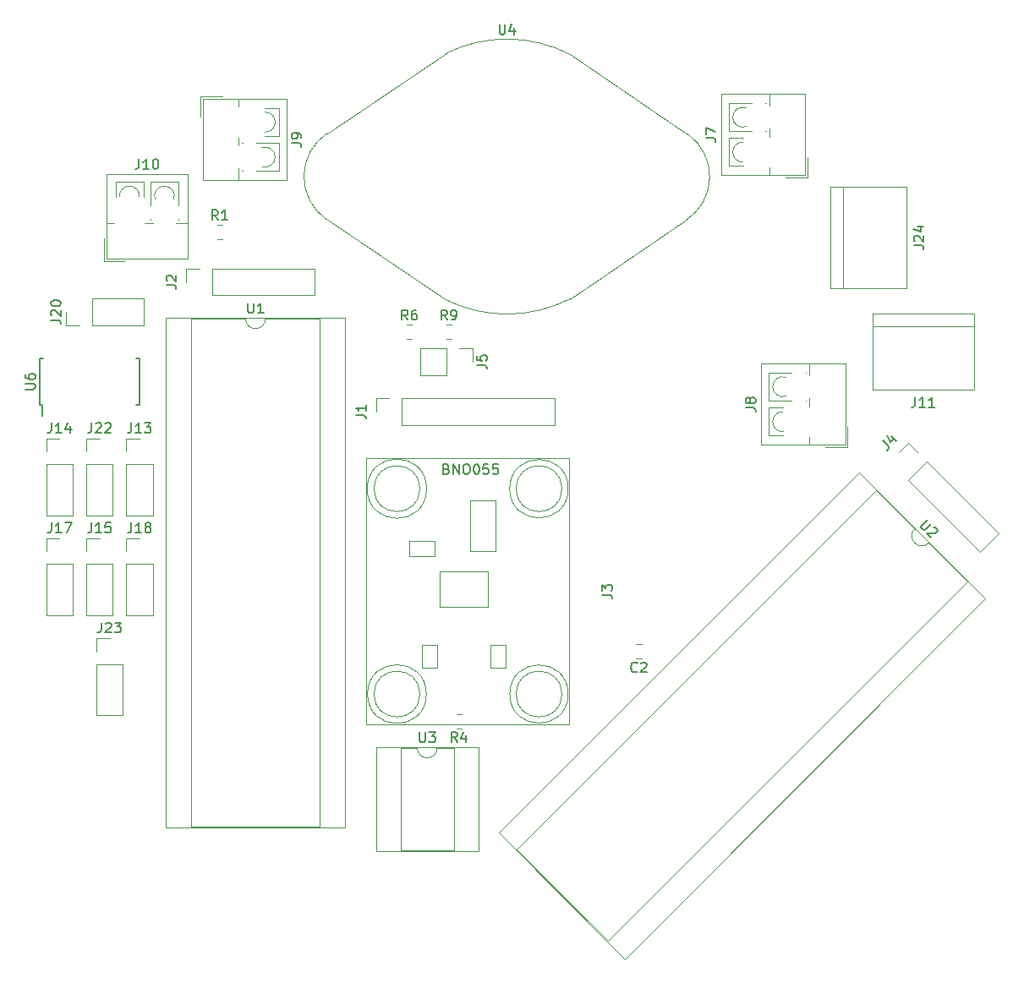
<source format=gbr>
%TF.GenerationSoftware,KiCad,Pcbnew,(5.1.4)-1*%
%TF.CreationDate,2019-08-28T16:24:02+03:00*%
%TF.ProjectId,Timsah_Main_Board,54696d73-6168-45f4-9d61-696e5f426f61,rev?*%
%TF.SameCoordinates,Original*%
%TF.FileFunction,Legend,Top*%
%TF.FilePolarity,Positive*%
%FSLAX46Y46*%
G04 Gerber Fmt 4.6, Leading zero omitted, Abs format (unit mm)*
G04 Created by KiCad (PCBNEW (5.1.4)-1) date 2019-08-28 16:24:02*
%MOMM*%
%LPD*%
G04 APERTURE LIST*
%ADD10C,0.120000*%
%ADD11C,0.150000*%
G04 APERTURE END LIST*
D10*
X106050000Y-97665000D02*
X106050000Y-124335000D01*
X106050000Y-124335000D02*
X85730000Y-124335000D01*
X85730000Y-124335000D02*
X85730000Y-97665000D01*
X85730000Y-97665000D02*
X106050000Y-97665000D01*
X91078068Y-121287000D02*
G75*
G03X91078068Y-121287000I-2300068J0D01*
G01*
X91078068Y-100713000D02*
G75*
G03X91078068Y-100713000I-2300068J0D01*
G01*
X105302068Y-100713000D02*
G75*
G03X105302068Y-100713000I-2300068J0D01*
G01*
X105302068Y-121287000D02*
G75*
G03X105302068Y-121287000I-2300068J0D01*
G01*
X105923000Y-121287000D02*
G75*
G03X105923000Y-121287000I-2921000J0D01*
G01*
X91723743Y-121287000D02*
G75*
G03X91723743Y-121287000I-2945743J0D01*
G01*
X91750994Y-100713000D02*
G75*
G03X91750994Y-100713000I-2972994J0D01*
G01*
X105934023Y-100713000D02*
G75*
G03X105934023Y-100713000I-2932023J0D01*
G01*
X97922000Y-108968000D02*
X97922000Y-112524000D01*
X97922000Y-112524000D02*
X93096000Y-112524000D01*
X93096000Y-112524000D02*
X93096000Y-108968000D01*
X93096000Y-108968000D02*
X97922000Y-108968000D01*
X98684000Y-101856000D02*
X98684000Y-106936000D01*
X98684000Y-106936000D02*
X96144000Y-106936000D01*
X96144000Y-106936000D02*
X96144000Y-101856000D01*
X96144000Y-101856000D02*
X98684000Y-101856000D01*
X92588000Y-105920000D02*
X90048000Y-105920000D01*
X90048000Y-105920000D02*
X90048000Y-107444000D01*
X90048000Y-107444000D02*
X92588000Y-107444000D01*
X92588000Y-107444000D02*
X92588000Y-105920000D01*
X99700000Y-116334000D02*
X98176000Y-116334000D01*
X98176000Y-116334000D02*
X98176000Y-118620000D01*
X98176000Y-118620000D02*
X99700000Y-118620000D01*
X99700000Y-118620000D02*
X99700000Y-116334000D01*
X92842000Y-116334000D02*
X92842000Y-118620000D01*
X92842000Y-118620000D02*
X91318000Y-118620000D01*
X91318000Y-118620000D02*
X91318000Y-116334000D01*
X91318000Y-116334000D02*
X92842000Y-116334000D01*
X67670000Y-80000000D02*
X67670000Y-78670000D01*
X67670000Y-78670000D02*
X69000000Y-78670000D01*
X70270000Y-78670000D02*
X80490000Y-78670000D01*
X80490000Y-81330000D02*
X80490000Y-78670000D01*
X70270000Y-81330000D02*
X80490000Y-81330000D01*
X70270000Y-81330000D02*
X70270000Y-78670000D01*
X139957574Y-99838478D02*
X141838478Y-97957574D01*
X139957574Y-99838478D02*
X147184205Y-107065109D01*
X147184205Y-107065109D02*
X149065109Y-105184205D01*
X141838478Y-97957574D02*
X149065109Y-105184205D01*
X140000000Y-96119096D02*
X140940452Y-97059548D01*
X139059548Y-97059548D02*
X140000000Y-96119096D01*
X91130000Y-86670000D02*
X91130000Y-89330000D01*
X93730000Y-86670000D02*
X91130000Y-86670000D01*
X93730000Y-89330000D02*
X91130000Y-89330000D01*
X93730000Y-86670000D02*
X93730000Y-89330000D01*
X95000000Y-86670000D02*
X96330000Y-86670000D01*
X96330000Y-86670000D02*
X96330000Y-88000000D01*
X129900000Y-69550000D02*
X129900000Y-67550000D01*
X127660000Y-69550000D02*
X129900000Y-69550000D01*
X125689000Y-62100000D02*
X125750000Y-62100000D01*
X122000000Y-62100000D02*
X124311000Y-62100000D01*
X125689000Y-64900000D02*
X125750000Y-64900000D01*
X122000000Y-64900000D02*
X124311000Y-64900000D01*
X125750000Y-62100000D02*
X125750000Y-62100000D01*
X125750000Y-64900000D02*
X125750000Y-64899000D01*
X122000000Y-64900000D02*
X122000000Y-62100000D01*
X122000000Y-65600000D02*
X123460000Y-65600000D01*
X122000000Y-68400000D02*
X123460000Y-68400000D01*
X122000000Y-68400000D02*
X122000000Y-65600000D01*
X121240000Y-61190000D02*
X129660000Y-61190000D01*
X121240000Y-69310000D02*
X129660000Y-69310000D01*
X129660000Y-69310000D02*
X129660000Y-61190000D01*
X121240000Y-69310000D02*
X121240000Y-61190000D01*
X126101000Y-62366000D02*
X126101000Y-61190000D01*
X126101000Y-65460000D02*
X126101000Y-64633000D01*
X126101000Y-69310000D02*
X126101000Y-68540000D01*
X123742233Y-64439915D02*
G75*
G02X123742000Y-62560000I-342233J939915D01*
G01*
X123470566Y-67997890D02*
G75*
G02X123469000Y-66002000I-70566J997890D01*
G01*
X127470566Y-94997890D02*
G75*
G02X127469000Y-93002000I-70566J997890D01*
G01*
X127742233Y-91439915D02*
G75*
G02X127742000Y-89560000I-342233J939915D01*
G01*
X130101000Y-96310000D02*
X130101000Y-95540000D01*
X130101000Y-92460000D02*
X130101000Y-91633000D01*
X130101000Y-89366000D02*
X130101000Y-88190000D01*
X125240000Y-96310000D02*
X125240000Y-88190000D01*
X133660000Y-96310000D02*
X133660000Y-88190000D01*
X125240000Y-96310000D02*
X133660000Y-96310000D01*
X125240000Y-88190000D02*
X133660000Y-88190000D01*
X126000000Y-95400000D02*
X126000000Y-92600000D01*
X126000000Y-95400000D02*
X127460000Y-95400000D01*
X126000000Y-92600000D02*
X127460000Y-92600000D01*
X126000000Y-91900000D02*
X126000000Y-89100000D01*
X129750000Y-91900000D02*
X129750000Y-91899000D01*
X129750000Y-89100000D02*
X129750000Y-89100000D01*
X126000000Y-91900000D02*
X128311000Y-91900000D01*
X129689000Y-91900000D02*
X129750000Y-91900000D01*
X126000000Y-89100000D02*
X128311000Y-89100000D01*
X129689000Y-89100000D02*
X129750000Y-89100000D01*
X131660000Y-96550000D02*
X133900000Y-96550000D01*
X133900000Y-96550000D02*
X133900000Y-94550000D01*
X69100000Y-61450000D02*
X69100000Y-63450000D01*
X71340000Y-61450000D02*
X69100000Y-61450000D01*
X73311000Y-68900000D02*
X73250000Y-68900000D01*
X77000000Y-68900000D02*
X74689000Y-68900000D01*
X73311000Y-66100000D02*
X73250000Y-66100000D01*
X77000000Y-66100000D02*
X74689000Y-66100000D01*
X73250000Y-68900000D02*
X73250000Y-68900000D01*
X73250000Y-66100000D02*
X73250000Y-66101000D01*
X77000000Y-66100000D02*
X77000000Y-68900000D01*
X77000000Y-65400000D02*
X75540000Y-65400000D01*
X77000000Y-62600000D02*
X75540000Y-62600000D01*
X77000000Y-62600000D02*
X77000000Y-65400000D01*
X77760000Y-69810000D02*
X69340000Y-69810000D01*
X77760000Y-61690000D02*
X69340000Y-61690000D01*
X69340000Y-61690000D02*
X69340000Y-69810000D01*
X77760000Y-61690000D02*
X77760000Y-69810000D01*
X72899000Y-68634000D02*
X72899000Y-69810000D01*
X72899000Y-65540000D02*
X72899000Y-66367000D01*
X72899000Y-61690000D02*
X72899000Y-62460000D01*
X75257767Y-66560085D02*
G75*
G02X75258000Y-68440000I342233J-939915D01*
G01*
X75529434Y-63002110D02*
G75*
G02X75531000Y-64998000I70566J-997890D01*
G01*
X61002110Y-71470566D02*
G75*
G02X62998000Y-71469000I997890J70566D01*
G01*
X64560085Y-71742233D02*
G75*
G02X66440000Y-71742000I939915J342233D01*
G01*
X59690000Y-74101000D02*
X60460000Y-74101000D01*
X63540000Y-74101000D02*
X64367000Y-74101000D01*
X66634000Y-74101000D02*
X67810000Y-74101000D01*
X59690000Y-69240000D02*
X67810000Y-69240000D01*
X59690000Y-77660000D02*
X67810000Y-77660000D01*
X59690000Y-69240000D02*
X59690000Y-77660000D01*
X67810000Y-69240000D02*
X67810000Y-77660000D01*
X60600000Y-70000000D02*
X63400000Y-70000000D01*
X60600000Y-70000000D02*
X60600000Y-71460000D01*
X63400000Y-70000000D02*
X63400000Y-71460000D01*
X64100000Y-70000000D02*
X66900000Y-70000000D01*
X64100000Y-73750000D02*
X64101000Y-73750000D01*
X66900000Y-73750000D02*
X66900000Y-73750000D01*
X64100000Y-70000000D02*
X64100000Y-72311000D01*
X64100000Y-73689000D02*
X64100000Y-73750000D01*
X66900000Y-70000000D02*
X66900000Y-72311000D01*
X66900000Y-73689000D02*
X66900000Y-73750000D01*
X59450000Y-75660000D02*
X59450000Y-77900000D01*
X59450000Y-77900000D02*
X61450000Y-77900000D01*
X146540000Y-83190000D02*
X136380000Y-83190000D01*
X146540000Y-90810000D02*
X146540000Y-83190000D01*
X136380000Y-90810000D02*
X146540000Y-90810000D01*
X136380000Y-83190000D02*
X136380000Y-90810000D01*
X136380000Y-84460000D02*
X146540000Y-84460000D01*
X61670000Y-103410000D02*
X64330000Y-103410000D01*
X61670000Y-98270000D02*
X61670000Y-103410000D01*
X64330000Y-98270000D02*
X64330000Y-103410000D01*
X61670000Y-98270000D02*
X64330000Y-98270000D01*
X61670000Y-97000000D02*
X61670000Y-95670000D01*
X61670000Y-95670000D02*
X63000000Y-95670000D01*
X57670000Y-103410000D02*
X60330000Y-103410000D01*
X57670000Y-98270000D02*
X57670000Y-103410000D01*
X60330000Y-98270000D02*
X60330000Y-103410000D01*
X57670000Y-98270000D02*
X60330000Y-98270000D01*
X57670000Y-97000000D02*
X57670000Y-95670000D01*
X57670000Y-95670000D02*
X59000000Y-95670000D01*
X58670000Y-115670000D02*
X60000000Y-115670000D01*
X58670000Y-117000000D02*
X58670000Y-115670000D01*
X58670000Y-118270000D02*
X61330000Y-118270000D01*
X61330000Y-118270000D02*
X61330000Y-123410000D01*
X58670000Y-118270000D02*
X58670000Y-123410000D01*
X58670000Y-123410000D02*
X61330000Y-123410000D01*
X133460000Y-80620000D02*
X133460000Y-70460000D01*
X132190000Y-80620000D02*
X139810000Y-80620000D01*
X139810000Y-80620000D02*
X139810000Y-70460000D01*
X139810000Y-70460000D02*
X132190000Y-70460000D01*
X132190000Y-70460000D02*
X132190000Y-80620000D01*
X70763748Y-74290000D02*
X71286252Y-74290000D01*
X70763748Y-75710000D02*
X71286252Y-75710000D01*
X95236252Y-124710000D02*
X94713748Y-124710000D01*
X95236252Y-123290000D02*
X94713748Y-123290000D01*
X89763748Y-85710000D02*
X90286252Y-85710000D01*
X89763748Y-84290000D02*
X90286252Y-84290000D01*
X93713748Y-84290000D02*
X94236252Y-84290000D01*
X93713748Y-85710000D02*
X94236252Y-85710000D01*
X75620000Y-83670000D02*
G75*
G02X73620000Y-83670000I-1000000J0D01*
G01*
X73620000Y-83670000D02*
X68160000Y-83670000D01*
X68160000Y-83670000D02*
X68160000Y-134590000D01*
X68160000Y-134590000D02*
X81080000Y-134590000D01*
X81080000Y-134590000D02*
X81080000Y-83670000D01*
X81080000Y-83670000D02*
X75620000Y-83670000D01*
X65670000Y-83610000D02*
X65670000Y-134650000D01*
X65670000Y-134650000D02*
X83570000Y-134650000D01*
X83570000Y-134650000D02*
X83570000Y-83610000D01*
X83570000Y-83610000D02*
X65670000Y-83610000D01*
X147699638Y-111733881D02*
X135042426Y-99076670D01*
X111608908Y-147824611D02*
X147699638Y-111733881D01*
X98951696Y-135167400D02*
X111608908Y-147824611D01*
X135042426Y-99076670D02*
X98951696Y-135167400D01*
X145896515Y-110015611D02*
X142035712Y-106154808D01*
X109890638Y-146021489D02*
X145896515Y-110015611D01*
X100754819Y-136885669D02*
X109890638Y-146021489D01*
X136760696Y-100879792D02*
X100754819Y-136885669D01*
X140621499Y-104740595D02*
X136760696Y-100879792D01*
X142035713Y-106154809D02*
G75*
G02X140621499Y-104740595I-707107J707107D01*
G01*
X96950000Y-126610000D02*
X86670000Y-126610000D01*
X96950000Y-137010000D02*
X96950000Y-126610000D01*
X86670000Y-137010000D02*
X96950000Y-137010000D01*
X86670000Y-126610000D02*
X86670000Y-137010000D01*
X94460000Y-126670000D02*
X92810000Y-126670000D01*
X94460000Y-136950000D02*
X94460000Y-126670000D01*
X89160000Y-136950000D02*
X94460000Y-136950000D01*
X89160000Y-126670000D02*
X89160000Y-136950000D01*
X90810000Y-126670000D02*
X89160000Y-126670000D01*
X92810000Y-126670000D02*
G75*
G02X90810000Y-126670000I-1000000J0D01*
G01*
X93700000Y-57100000D02*
X81800000Y-65100000D01*
X93700000Y-81800000D02*
X81700000Y-73700000D01*
X106100000Y-57200000D02*
X117900000Y-65200000D01*
X106100000Y-81700000D02*
X117900000Y-73700000D01*
X106205870Y-57255849D02*
G75*
G03X93700000Y-57100000I-6405870J-12194151D01*
G01*
X106205870Y-81644151D02*
G75*
G02X93700000Y-81800000I-6405870J12194151D01*
G01*
X81723034Y-73747693D02*
G75*
G02X81800000Y-65100000I2976966J4297693D01*
G01*
X117747176Y-73803859D02*
G75*
G03X117900000Y-65200000I-2847176J4353859D01*
G01*
D11*
X53025000Y-92325000D02*
X53250000Y-92325000D01*
X53025000Y-87675000D02*
X53350000Y-87675000D01*
X62975000Y-87675000D02*
X62650000Y-87675000D01*
X62975000Y-92325000D02*
X62650000Y-92325000D01*
X53025000Y-92325000D02*
X53025000Y-87675000D01*
X62975000Y-92325000D02*
X62975000Y-87675000D01*
X53250000Y-92325000D02*
X53250000Y-93400000D01*
D10*
X113261252Y-117710000D02*
X112738748Y-117710000D01*
X113261252Y-116290000D02*
X112738748Y-116290000D01*
X89270000Y-94330000D02*
X89270000Y-91670000D01*
X89270000Y-94330000D02*
X104570000Y-94330000D01*
X104570000Y-94330000D02*
X104570000Y-91670000D01*
X89270000Y-91670000D02*
X104570000Y-91670000D01*
X86670000Y-91670000D02*
X88000000Y-91670000D01*
X86670000Y-93000000D02*
X86670000Y-91670000D01*
X53670000Y-103410000D02*
X56330000Y-103410000D01*
X53670000Y-98270000D02*
X53670000Y-103410000D01*
X56330000Y-98270000D02*
X56330000Y-103410000D01*
X53670000Y-98270000D02*
X56330000Y-98270000D01*
X53670000Y-97000000D02*
X53670000Y-95670000D01*
X53670000Y-95670000D02*
X55000000Y-95670000D01*
X57670000Y-105670000D02*
X59000000Y-105670000D01*
X57670000Y-107000000D02*
X57670000Y-105670000D01*
X57670000Y-108270000D02*
X60330000Y-108270000D01*
X60330000Y-108270000D02*
X60330000Y-113410000D01*
X57670000Y-108270000D02*
X57670000Y-113410000D01*
X57670000Y-113410000D02*
X60330000Y-113410000D01*
X53670000Y-113410000D02*
X56330000Y-113410000D01*
X53670000Y-108270000D02*
X53670000Y-113410000D01*
X56330000Y-108270000D02*
X56330000Y-113410000D01*
X53670000Y-108270000D02*
X56330000Y-108270000D01*
X53670000Y-107000000D02*
X53670000Y-105670000D01*
X53670000Y-105670000D02*
X55000000Y-105670000D01*
X61670000Y-105670000D02*
X63000000Y-105670000D01*
X61670000Y-107000000D02*
X61670000Y-105670000D01*
X61670000Y-108270000D02*
X64330000Y-108270000D01*
X64330000Y-108270000D02*
X64330000Y-113410000D01*
X61670000Y-108270000D02*
X61670000Y-113410000D01*
X61670000Y-113410000D02*
X64330000Y-113410000D01*
X63410000Y-84330000D02*
X63410000Y-81670000D01*
X58270000Y-84330000D02*
X63410000Y-84330000D01*
X58270000Y-81670000D02*
X63410000Y-81670000D01*
X58270000Y-84330000D02*
X58270000Y-81670000D01*
X57000000Y-84330000D02*
X55670000Y-84330000D01*
X55670000Y-84330000D02*
X55670000Y-83000000D01*
D11*
X109312380Y-111333333D02*
X110026666Y-111333333D01*
X110169523Y-111380952D01*
X110264761Y-111476190D01*
X110312380Y-111619047D01*
X110312380Y-111714285D01*
X109312380Y-110952380D02*
X109312380Y-110333333D01*
X109693333Y-110666666D01*
X109693333Y-110523809D01*
X109740952Y-110428571D01*
X109788571Y-110380952D01*
X109883809Y-110333333D01*
X110121904Y-110333333D01*
X110217142Y-110380952D01*
X110264761Y-110428571D01*
X110312380Y-110523809D01*
X110312380Y-110809523D01*
X110264761Y-110904761D01*
X110217142Y-110952380D01*
X93739238Y-98736571D02*
X93882095Y-98784190D01*
X93929714Y-98831809D01*
X93977333Y-98927047D01*
X93977333Y-99069904D01*
X93929714Y-99165142D01*
X93882095Y-99212761D01*
X93786857Y-99260380D01*
X93405904Y-99260380D01*
X93405904Y-98260380D01*
X93739238Y-98260380D01*
X93834476Y-98308000D01*
X93882095Y-98355619D01*
X93929714Y-98450857D01*
X93929714Y-98546095D01*
X93882095Y-98641333D01*
X93834476Y-98688952D01*
X93739238Y-98736571D01*
X93405904Y-98736571D01*
X94405904Y-99260380D02*
X94405904Y-98260380D01*
X94977333Y-99260380D01*
X94977333Y-98260380D01*
X95644000Y-98260380D02*
X95834476Y-98260380D01*
X95929714Y-98308000D01*
X96024952Y-98403238D01*
X96072571Y-98593714D01*
X96072571Y-98927047D01*
X96024952Y-99117523D01*
X95929714Y-99212761D01*
X95834476Y-99260380D01*
X95644000Y-99260380D01*
X95548761Y-99212761D01*
X95453523Y-99117523D01*
X95405904Y-98927047D01*
X95405904Y-98593714D01*
X95453523Y-98403238D01*
X95548761Y-98308000D01*
X95644000Y-98260380D01*
X96691619Y-98260380D02*
X96786857Y-98260380D01*
X96882095Y-98308000D01*
X96929714Y-98355619D01*
X96977333Y-98450857D01*
X97024952Y-98641333D01*
X97024952Y-98879428D01*
X96977333Y-99069904D01*
X96929714Y-99165142D01*
X96882095Y-99212761D01*
X96786857Y-99260380D01*
X96691619Y-99260380D01*
X96596380Y-99212761D01*
X96548761Y-99165142D01*
X96501142Y-99069904D01*
X96453523Y-98879428D01*
X96453523Y-98641333D01*
X96501142Y-98450857D01*
X96548761Y-98355619D01*
X96596380Y-98308000D01*
X96691619Y-98260380D01*
X97929714Y-98260380D02*
X97453523Y-98260380D01*
X97405904Y-98736571D01*
X97453523Y-98688952D01*
X97548761Y-98641333D01*
X97786857Y-98641333D01*
X97882095Y-98688952D01*
X97929714Y-98736571D01*
X97977333Y-98831809D01*
X97977333Y-99069904D01*
X97929714Y-99165142D01*
X97882095Y-99212761D01*
X97786857Y-99260380D01*
X97548761Y-99260380D01*
X97453523Y-99212761D01*
X97405904Y-99165142D01*
X98882095Y-98260380D02*
X98405904Y-98260380D01*
X98358285Y-98736571D01*
X98405904Y-98688952D01*
X98501142Y-98641333D01*
X98739238Y-98641333D01*
X98834476Y-98688952D01*
X98882095Y-98736571D01*
X98929714Y-98831809D01*
X98929714Y-99069904D01*
X98882095Y-99165142D01*
X98834476Y-99212761D01*
X98739238Y-99260380D01*
X98501142Y-99260380D01*
X98405904Y-99212761D01*
X98358285Y-99165142D01*
X65682380Y-80333333D02*
X66396666Y-80333333D01*
X66539523Y-80380952D01*
X66634761Y-80476190D01*
X66682380Y-80619047D01*
X66682380Y-80714285D01*
X65777619Y-79904761D02*
X65730000Y-79857142D01*
X65682380Y-79761904D01*
X65682380Y-79523809D01*
X65730000Y-79428571D01*
X65777619Y-79380952D01*
X65872857Y-79333333D01*
X65968095Y-79333333D01*
X66110952Y-79380952D01*
X66682380Y-79952380D01*
X66682380Y-79333333D01*
X137418386Y-95889791D02*
X137923462Y-96394867D01*
X137990806Y-96529554D01*
X137990806Y-96664241D01*
X137923462Y-96798928D01*
X137856119Y-96866271D01*
X138293852Y-95485730D02*
X138765256Y-95957134D01*
X137856119Y-95384714D02*
X138192836Y-96058149D01*
X138630569Y-95620417D01*
X96782380Y-88333333D02*
X97496666Y-88333333D01*
X97639523Y-88380952D01*
X97734761Y-88476190D01*
X97782380Y-88619047D01*
X97782380Y-88714285D01*
X96782380Y-87380952D02*
X96782380Y-87857142D01*
X97258571Y-87904761D01*
X97210952Y-87857142D01*
X97163333Y-87761904D01*
X97163333Y-87523809D01*
X97210952Y-87428571D01*
X97258571Y-87380952D01*
X97353809Y-87333333D01*
X97591904Y-87333333D01*
X97687142Y-87380952D01*
X97734761Y-87428571D01*
X97782380Y-87523809D01*
X97782380Y-87761904D01*
X97734761Y-87857142D01*
X97687142Y-87904761D01*
X119692380Y-65583333D02*
X120406666Y-65583333D01*
X120549523Y-65630952D01*
X120644761Y-65726190D01*
X120692380Y-65869047D01*
X120692380Y-65964285D01*
X119692380Y-65202380D02*
X119692380Y-64535714D01*
X120692380Y-64964285D01*
X123692380Y-92583333D02*
X124406666Y-92583333D01*
X124549523Y-92630952D01*
X124644761Y-92726190D01*
X124692380Y-92869047D01*
X124692380Y-92964285D01*
X124120952Y-91964285D02*
X124073333Y-92059523D01*
X124025714Y-92107142D01*
X123930476Y-92154761D01*
X123882857Y-92154761D01*
X123787619Y-92107142D01*
X123740000Y-92059523D01*
X123692380Y-91964285D01*
X123692380Y-91773809D01*
X123740000Y-91678571D01*
X123787619Y-91630952D01*
X123882857Y-91583333D01*
X123930476Y-91583333D01*
X124025714Y-91630952D01*
X124073333Y-91678571D01*
X124120952Y-91773809D01*
X124120952Y-91964285D01*
X124168571Y-92059523D01*
X124216190Y-92107142D01*
X124311428Y-92154761D01*
X124501904Y-92154761D01*
X124597142Y-92107142D01*
X124644761Y-92059523D01*
X124692380Y-91964285D01*
X124692380Y-91773809D01*
X124644761Y-91678571D01*
X124597142Y-91630952D01*
X124501904Y-91583333D01*
X124311428Y-91583333D01*
X124216190Y-91630952D01*
X124168571Y-91678571D01*
X124120952Y-91773809D01*
X78212380Y-66083333D02*
X78926666Y-66083333D01*
X79069523Y-66130952D01*
X79164761Y-66226190D01*
X79212380Y-66369047D01*
X79212380Y-66464285D01*
X79212380Y-65559523D02*
X79212380Y-65369047D01*
X79164761Y-65273809D01*
X79117142Y-65226190D01*
X78974285Y-65130952D01*
X78783809Y-65083333D01*
X78402857Y-65083333D01*
X78307619Y-65130952D01*
X78260000Y-65178571D01*
X78212380Y-65273809D01*
X78212380Y-65464285D01*
X78260000Y-65559523D01*
X78307619Y-65607142D01*
X78402857Y-65654761D01*
X78640952Y-65654761D01*
X78736190Y-65607142D01*
X78783809Y-65559523D01*
X78831428Y-65464285D01*
X78831428Y-65273809D01*
X78783809Y-65178571D01*
X78736190Y-65130952D01*
X78640952Y-65083333D01*
X62940476Y-67692380D02*
X62940476Y-68406666D01*
X62892857Y-68549523D01*
X62797619Y-68644761D01*
X62654761Y-68692380D01*
X62559523Y-68692380D01*
X63940476Y-68692380D02*
X63369047Y-68692380D01*
X63654761Y-68692380D02*
X63654761Y-67692380D01*
X63559523Y-67835238D01*
X63464285Y-67930476D01*
X63369047Y-67978095D01*
X64559523Y-67692380D02*
X64654761Y-67692380D01*
X64750000Y-67740000D01*
X64797619Y-67787619D01*
X64845238Y-67882857D01*
X64892857Y-68073333D01*
X64892857Y-68311428D01*
X64845238Y-68501904D01*
X64797619Y-68597142D01*
X64750000Y-68644761D01*
X64654761Y-68692380D01*
X64559523Y-68692380D01*
X64464285Y-68644761D01*
X64416666Y-68597142D01*
X64369047Y-68501904D01*
X64321428Y-68311428D01*
X64321428Y-68073333D01*
X64369047Y-67882857D01*
X64416666Y-67787619D01*
X64464285Y-67740000D01*
X64559523Y-67692380D01*
X140650476Y-91532380D02*
X140650476Y-92246666D01*
X140602857Y-92389523D01*
X140507619Y-92484761D01*
X140364761Y-92532380D01*
X140269523Y-92532380D01*
X141650476Y-92532380D02*
X141079047Y-92532380D01*
X141364761Y-92532380D02*
X141364761Y-91532380D01*
X141269523Y-91675238D01*
X141174285Y-91770476D01*
X141079047Y-91818095D01*
X142602857Y-92532380D02*
X142031428Y-92532380D01*
X142317142Y-92532380D02*
X142317142Y-91532380D01*
X142221904Y-91675238D01*
X142126666Y-91770476D01*
X142031428Y-91818095D01*
X62190476Y-94122380D02*
X62190476Y-94836666D01*
X62142857Y-94979523D01*
X62047619Y-95074761D01*
X61904761Y-95122380D01*
X61809523Y-95122380D01*
X63190476Y-95122380D02*
X62619047Y-95122380D01*
X62904761Y-95122380D02*
X62904761Y-94122380D01*
X62809523Y-94265238D01*
X62714285Y-94360476D01*
X62619047Y-94408095D01*
X63523809Y-94122380D02*
X64142857Y-94122380D01*
X63809523Y-94503333D01*
X63952380Y-94503333D01*
X64047619Y-94550952D01*
X64095238Y-94598571D01*
X64142857Y-94693809D01*
X64142857Y-94931904D01*
X64095238Y-95027142D01*
X64047619Y-95074761D01*
X63952380Y-95122380D01*
X63666666Y-95122380D01*
X63571428Y-95074761D01*
X63523809Y-95027142D01*
X58190476Y-94122380D02*
X58190476Y-94836666D01*
X58142857Y-94979523D01*
X58047619Y-95074761D01*
X57904761Y-95122380D01*
X57809523Y-95122380D01*
X58619047Y-94217619D02*
X58666666Y-94170000D01*
X58761904Y-94122380D01*
X59000000Y-94122380D01*
X59095238Y-94170000D01*
X59142857Y-94217619D01*
X59190476Y-94312857D01*
X59190476Y-94408095D01*
X59142857Y-94550952D01*
X58571428Y-95122380D01*
X59190476Y-95122380D01*
X59571428Y-94217619D02*
X59619047Y-94170000D01*
X59714285Y-94122380D01*
X59952380Y-94122380D01*
X60047619Y-94170000D01*
X60095238Y-94217619D01*
X60142857Y-94312857D01*
X60142857Y-94408095D01*
X60095238Y-94550952D01*
X59523809Y-95122380D01*
X60142857Y-95122380D01*
X59190476Y-114122380D02*
X59190476Y-114836666D01*
X59142857Y-114979523D01*
X59047619Y-115074761D01*
X58904761Y-115122380D01*
X58809523Y-115122380D01*
X59619047Y-114217619D02*
X59666666Y-114170000D01*
X59761904Y-114122380D01*
X60000000Y-114122380D01*
X60095238Y-114170000D01*
X60142857Y-114217619D01*
X60190476Y-114312857D01*
X60190476Y-114408095D01*
X60142857Y-114550952D01*
X59571428Y-115122380D01*
X60190476Y-115122380D01*
X60523809Y-114122380D02*
X61142857Y-114122380D01*
X60809523Y-114503333D01*
X60952380Y-114503333D01*
X61047619Y-114550952D01*
X61095238Y-114598571D01*
X61142857Y-114693809D01*
X61142857Y-114931904D01*
X61095238Y-115027142D01*
X61047619Y-115074761D01*
X60952380Y-115122380D01*
X60666666Y-115122380D01*
X60571428Y-115074761D01*
X60523809Y-115027142D01*
X140532380Y-76349523D02*
X141246666Y-76349523D01*
X141389523Y-76397142D01*
X141484761Y-76492380D01*
X141532380Y-76635238D01*
X141532380Y-76730476D01*
X140627619Y-75920952D02*
X140580000Y-75873333D01*
X140532380Y-75778095D01*
X140532380Y-75540000D01*
X140580000Y-75444761D01*
X140627619Y-75397142D01*
X140722857Y-75349523D01*
X140818095Y-75349523D01*
X140960952Y-75397142D01*
X141532380Y-75968571D01*
X141532380Y-75349523D01*
X140865714Y-74492380D02*
X141532380Y-74492380D01*
X140484761Y-74730476D02*
X141199047Y-74968571D01*
X141199047Y-74349523D01*
X70858333Y-73802380D02*
X70525000Y-73326190D01*
X70286904Y-73802380D02*
X70286904Y-72802380D01*
X70667857Y-72802380D01*
X70763095Y-72850000D01*
X70810714Y-72897619D01*
X70858333Y-72992857D01*
X70858333Y-73135714D01*
X70810714Y-73230952D01*
X70763095Y-73278571D01*
X70667857Y-73326190D01*
X70286904Y-73326190D01*
X71810714Y-73802380D02*
X71239285Y-73802380D01*
X71525000Y-73802380D02*
X71525000Y-72802380D01*
X71429761Y-72945238D01*
X71334523Y-73040476D01*
X71239285Y-73088095D01*
X94808333Y-126102380D02*
X94475000Y-125626190D01*
X94236904Y-126102380D02*
X94236904Y-125102380D01*
X94617857Y-125102380D01*
X94713095Y-125150000D01*
X94760714Y-125197619D01*
X94808333Y-125292857D01*
X94808333Y-125435714D01*
X94760714Y-125530952D01*
X94713095Y-125578571D01*
X94617857Y-125626190D01*
X94236904Y-125626190D01*
X95665476Y-125435714D02*
X95665476Y-126102380D01*
X95427380Y-125054761D02*
X95189285Y-125769047D01*
X95808333Y-125769047D01*
X89858333Y-83802380D02*
X89525000Y-83326190D01*
X89286904Y-83802380D02*
X89286904Y-82802380D01*
X89667857Y-82802380D01*
X89763095Y-82850000D01*
X89810714Y-82897619D01*
X89858333Y-82992857D01*
X89858333Y-83135714D01*
X89810714Y-83230952D01*
X89763095Y-83278571D01*
X89667857Y-83326190D01*
X89286904Y-83326190D01*
X90715476Y-82802380D02*
X90525000Y-82802380D01*
X90429761Y-82850000D01*
X90382142Y-82897619D01*
X90286904Y-83040476D01*
X90239285Y-83230952D01*
X90239285Y-83611904D01*
X90286904Y-83707142D01*
X90334523Y-83754761D01*
X90429761Y-83802380D01*
X90620238Y-83802380D01*
X90715476Y-83754761D01*
X90763095Y-83707142D01*
X90810714Y-83611904D01*
X90810714Y-83373809D01*
X90763095Y-83278571D01*
X90715476Y-83230952D01*
X90620238Y-83183333D01*
X90429761Y-83183333D01*
X90334523Y-83230952D01*
X90286904Y-83278571D01*
X90239285Y-83373809D01*
X93808333Y-83802380D02*
X93475000Y-83326190D01*
X93236904Y-83802380D02*
X93236904Y-82802380D01*
X93617857Y-82802380D01*
X93713095Y-82850000D01*
X93760714Y-82897619D01*
X93808333Y-82992857D01*
X93808333Y-83135714D01*
X93760714Y-83230952D01*
X93713095Y-83278571D01*
X93617857Y-83326190D01*
X93236904Y-83326190D01*
X94284523Y-83802380D02*
X94475000Y-83802380D01*
X94570238Y-83754761D01*
X94617857Y-83707142D01*
X94713095Y-83564285D01*
X94760714Y-83373809D01*
X94760714Y-82992857D01*
X94713095Y-82897619D01*
X94665476Y-82850000D01*
X94570238Y-82802380D01*
X94379761Y-82802380D01*
X94284523Y-82850000D01*
X94236904Y-82897619D01*
X94189285Y-82992857D01*
X94189285Y-83230952D01*
X94236904Y-83326190D01*
X94284523Y-83373809D01*
X94379761Y-83421428D01*
X94570238Y-83421428D01*
X94665476Y-83373809D01*
X94713095Y-83326190D01*
X94760714Y-83230952D01*
X73858095Y-82122380D02*
X73858095Y-82931904D01*
X73905714Y-83027142D01*
X73953333Y-83074761D01*
X74048571Y-83122380D01*
X74239047Y-83122380D01*
X74334285Y-83074761D01*
X74381904Y-83027142D01*
X74429523Y-82931904D01*
X74429523Y-82122380D01*
X75429523Y-83122380D02*
X74858095Y-83122380D01*
X75143809Y-83122380D02*
X75143809Y-82122380D01*
X75048571Y-82265238D01*
X74953333Y-82360476D01*
X74858095Y-82408095D01*
X141884189Y-103814621D02*
X141311769Y-104387041D01*
X141278097Y-104488056D01*
X141278097Y-104555400D01*
X141311769Y-104656415D01*
X141446456Y-104791102D01*
X141547471Y-104824774D01*
X141614815Y-104824774D01*
X141715830Y-104791102D01*
X142288250Y-104218682D01*
X142523952Y-104589072D02*
X142591295Y-104589072D01*
X142692311Y-104622743D01*
X142860669Y-104791102D01*
X142894341Y-104892117D01*
X142894341Y-104959461D01*
X142860669Y-105060476D01*
X142793326Y-105127820D01*
X142658639Y-105195163D01*
X141850517Y-105195163D01*
X142288250Y-105632896D01*
X91048095Y-125122380D02*
X91048095Y-125931904D01*
X91095714Y-126027142D01*
X91143333Y-126074761D01*
X91238571Y-126122380D01*
X91429047Y-126122380D01*
X91524285Y-126074761D01*
X91571904Y-126027142D01*
X91619523Y-125931904D01*
X91619523Y-125122380D01*
X92000476Y-125122380D02*
X92619523Y-125122380D01*
X92286190Y-125503333D01*
X92429047Y-125503333D01*
X92524285Y-125550952D01*
X92571904Y-125598571D01*
X92619523Y-125693809D01*
X92619523Y-125931904D01*
X92571904Y-126027142D01*
X92524285Y-126074761D01*
X92429047Y-126122380D01*
X92143333Y-126122380D01*
X92048095Y-126074761D01*
X92000476Y-126027142D01*
X99038095Y-54202380D02*
X99038095Y-55011904D01*
X99085714Y-55107142D01*
X99133333Y-55154761D01*
X99228571Y-55202380D01*
X99419047Y-55202380D01*
X99514285Y-55154761D01*
X99561904Y-55107142D01*
X99609523Y-55011904D01*
X99609523Y-54202380D01*
X100514285Y-54535714D02*
X100514285Y-55202380D01*
X100276190Y-54154761D02*
X100038095Y-54869047D01*
X100657142Y-54869047D01*
X51552380Y-90761904D02*
X52361904Y-90761904D01*
X52457142Y-90714285D01*
X52504761Y-90666666D01*
X52552380Y-90571428D01*
X52552380Y-90380952D01*
X52504761Y-90285714D01*
X52457142Y-90238095D01*
X52361904Y-90190476D01*
X51552380Y-90190476D01*
X51552380Y-89285714D02*
X51552380Y-89476190D01*
X51600000Y-89571428D01*
X51647619Y-89619047D01*
X51790476Y-89714285D01*
X51980952Y-89761904D01*
X52361904Y-89761904D01*
X52457142Y-89714285D01*
X52504761Y-89666666D01*
X52552380Y-89571428D01*
X52552380Y-89380952D01*
X52504761Y-89285714D01*
X52457142Y-89238095D01*
X52361904Y-89190476D01*
X52123809Y-89190476D01*
X52028571Y-89238095D01*
X51980952Y-89285714D01*
X51933333Y-89380952D01*
X51933333Y-89571428D01*
X51980952Y-89666666D01*
X52028571Y-89714285D01*
X52123809Y-89761904D01*
X112833333Y-119007142D02*
X112785714Y-119054761D01*
X112642857Y-119102380D01*
X112547619Y-119102380D01*
X112404761Y-119054761D01*
X112309523Y-118959523D01*
X112261904Y-118864285D01*
X112214285Y-118673809D01*
X112214285Y-118530952D01*
X112261904Y-118340476D01*
X112309523Y-118245238D01*
X112404761Y-118150000D01*
X112547619Y-118102380D01*
X112642857Y-118102380D01*
X112785714Y-118150000D01*
X112833333Y-118197619D01*
X113214285Y-118197619D02*
X113261904Y-118150000D01*
X113357142Y-118102380D01*
X113595238Y-118102380D01*
X113690476Y-118150000D01*
X113738095Y-118197619D01*
X113785714Y-118292857D01*
X113785714Y-118388095D01*
X113738095Y-118530952D01*
X113166666Y-119102380D01*
X113785714Y-119102380D01*
X84682380Y-93333333D02*
X85396666Y-93333333D01*
X85539523Y-93380952D01*
X85634761Y-93476190D01*
X85682380Y-93619047D01*
X85682380Y-93714285D01*
X85682380Y-92333333D02*
X85682380Y-92904761D01*
X85682380Y-92619047D02*
X84682380Y-92619047D01*
X84825238Y-92714285D01*
X84920476Y-92809523D01*
X84968095Y-92904761D01*
X54190476Y-94122380D02*
X54190476Y-94836666D01*
X54142857Y-94979523D01*
X54047619Y-95074761D01*
X53904761Y-95122380D01*
X53809523Y-95122380D01*
X55190476Y-95122380D02*
X54619047Y-95122380D01*
X54904761Y-95122380D02*
X54904761Y-94122380D01*
X54809523Y-94265238D01*
X54714285Y-94360476D01*
X54619047Y-94408095D01*
X56047619Y-94455714D02*
X56047619Y-95122380D01*
X55809523Y-94074761D02*
X55571428Y-94789047D01*
X56190476Y-94789047D01*
X58190476Y-104122380D02*
X58190476Y-104836666D01*
X58142857Y-104979523D01*
X58047619Y-105074761D01*
X57904761Y-105122380D01*
X57809523Y-105122380D01*
X59190476Y-105122380D02*
X58619047Y-105122380D01*
X58904761Y-105122380D02*
X58904761Y-104122380D01*
X58809523Y-104265238D01*
X58714285Y-104360476D01*
X58619047Y-104408095D01*
X60095238Y-104122380D02*
X59619047Y-104122380D01*
X59571428Y-104598571D01*
X59619047Y-104550952D01*
X59714285Y-104503333D01*
X59952380Y-104503333D01*
X60047619Y-104550952D01*
X60095238Y-104598571D01*
X60142857Y-104693809D01*
X60142857Y-104931904D01*
X60095238Y-105027142D01*
X60047619Y-105074761D01*
X59952380Y-105122380D01*
X59714285Y-105122380D01*
X59619047Y-105074761D01*
X59571428Y-105027142D01*
X54190476Y-104122380D02*
X54190476Y-104836666D01*
X54142857Y-104979523D01*
X54047619Y-105074761D01*
X53904761Y-105122380D01*
X53809523Y-105122380D01*
X55190476Y-105122380D02*
X54619047Y-105122380D01*
X54904761Y-105122380D02*
X54904761Y-104122380D01*
X54809523Y-104265238D01*
X54714285Y-104360476D01*
X54619047Y-104408095D01*
X55523809Y-104122380D02*
X56190476Y-104122380D01*
X55761904Y-105122380D01*
X62190476Y-104122380D02*
X62190476Y-104836666D01*
X62142857Y-104979523D01*
X62047619Y-105074761D01*
X61904761Y-105122380D01*
X61809523Y-105122380D01*
X63190476Y-105122380D02*
X62619047Y-105122380D01*
X62904761Y-105122380D02*
X62904761Y-104122380D01*
X62809523Y-104265238D01*
X62714285Y-104360476D01*
X62619047Y-104408095D01*
X63761904Y-104550952D02*
X63666666Y-104503333D01*
X63619047Y-104455714D01*
X63571428Y-104360476D01*
X63571428Y-104312857D01*
X63619047Y-104217619D01*
X63666666Y-104170000D01*
X63761904Y-104122380D01*
X63952380Y-104122380D01*
X64047619Y-104170000D01*
X64095238Y-104217619D01*
X64142857Y-104312857D01*
X64142857Y-104360476D01*
X64095238Y-104455714D01*
X64047619Y-104503333D01*
X63952380Y-104550952D01*
X63761904Y-104550952D01*
X63666666Y-104598571D01*
X63619047Y-104646190D01*
X63571428Y-104741428D01*
X63571428Y-104931904D01*
X63619047Y-105027142D01*
X63666666Y-105074761D01*
X63761904Y-105122380D01*
X63952380Y-105122380D01*
X64047619Y-105074761D01*
X64095238Y-105027142D01*
X64142857Y-104931904D01*
X64142857Y-104741428D01*
X64095238Y-104646190D01*
X64047619Y-104598571D01*
X63952380Y-104550952D01*
X54122380Y-83809523D02*
X54836666Y-83809523D01*
X54979523Y-83857142D01*
X55074761Y-83952380D01*
X55122380Y-84095238D01*
X55122380Y-84190476D01*
X54217619Y-83380952D02*
X54170000Y-83333333D01*
X54122380Y-83238095D01*
X54122380Y-83000000D01*
X54170000Y-82904761D01*
X54217619Y-82857142D01*
X54312857Y-82809523D01*
X54408095Y-82809523D01*
X54550952Y-82857142D01*
X55122380Y-83428571D01*
X55122380Y-82809523D01*
X54122380Y-82190476D02*
X54122380Y-82095238D01*
X54170000Y-82000000D01*
X54217619Y-81952380D01*
X54312857Y-81904761D01*
X54503333Y-81857142D01*
X54741428Y-81857142D01*
X54931904Y-81904761D01*
X55027142Y-81952380D01*
X55074761Y-82000000D01*
X55122380Y-82095238D01*
X55122380Y-82190476D01*
X55074761Y-82285714D01*
X55027142Y-82333333D01*
X54931904Y-82380952D01*
X54741428Y-82428571D01*
X54503333Y-82428571D01*
X54312857Y-82380952D01*
X54217619Y-82333333D01*
X54170000Y-82285714D01*
X54122380Y-82190476D01*
M02*

</source>
